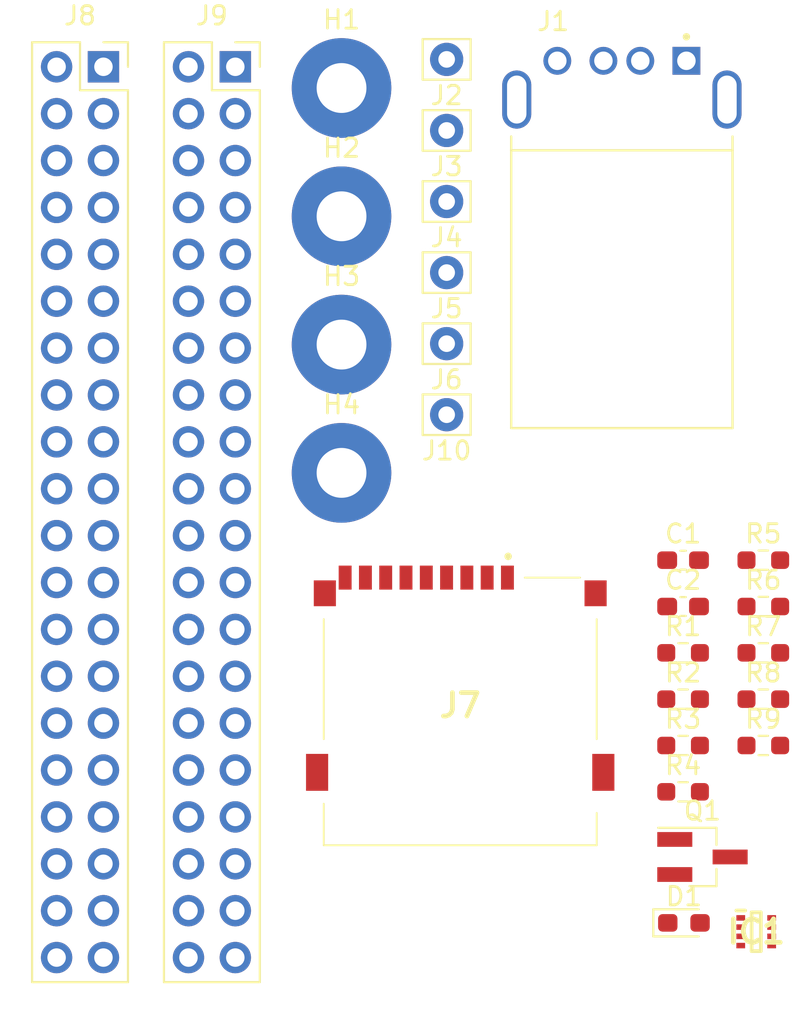
<source format=kicad_pcb>
(kicad_pcb (version 20221018) (generator pcbnew)
  (layers (0 "F.Cu" signal) (31 "B.Cu" signal) (34 "B.Paste" user) (35 "F.Paste" user) (36 "B.SilkS" user "B.Silkscreen") (37 "F.SilkS" user "F.Silkscreen") (38 "B.Mask" user) (39 "F.Mask" user) (44 "Edge.Cuts" user))
  (net 0 "")
  (net 1 "+5V")
  (net 2 "Net-(IC1-VIN1)")
  (net 3 "Net-(IC1-VIN2)")
  (net 4 "+5VA")
  (net 5 "GND")
  (net 6 "Net-(D1-A)")
  (net 7 "VCC")
  (net 8 "SHUTDOWN")
  (net 9 "VIN_STATUS")
  (net 10 "USB-")
  (net 11 "USB+")
  (net 12 "LED STATUS")
  (net 13 "Net-(J7-DAT2)")
  (net 14 "Net-(J7-DAT3{slash}CD)")
  (net 15 "Net-(J7-CMD)")
  (net 16 "+3V3")
  (net 17 "Net-(J7-CLK)")
  (net 18 "Net-(J7-DAT0)")
  (net 19 "Net-(J7-DAT1)")
  (net 20 "+3.3V")
  (net 21 "2")
  (net 22 "3")
  (net 23 "4")
  (net 24 "5")
  (net 25 "6")
  (net 26 "7")
  (net 27 "8")
  (net 28 "9")
  (net 29 "10")
  (net 30 "11")
  (net 31 "12")
  (net 32 "Data3")
  (net 33 "14")
  (net 34 "Clock")
  (net 35 "CMD")
  (net 36 "17")
  (net 37 "Data0")
  (net 38 "19")
  (net 39 "20")
  (net 40 "21")
  (net 41 "Data1")
  (net 42 "23")
  (net 43 "24")
  (net 44 "25")
  (net 45 "26")
  (net 46 "27")
  (net 47 "28")
  (net 48 "29")
  (net 49 "30")
  (net 50 "31")
  (net 51 "32")
  (net 52 "33")
  (net 53 "34")
  (net 54 "35")
  (net 55 "36")
  (net 56 "Data2")
  (net 57 "38")
  (net 58 "39")
  (net 59 "40")
  (net 60 "1")
  (net 67 "Net-(Q1-B)")
  (footprint "Resistor_SMD:R_0603_1608Metric_Pad0.98x0.95mm_HandSolder" (layer "F.Cu") (at 122.197 93.36)
    (fp_text reference "R1" (at 0 -1.43) (layer "F.SilkS"))
    (fp_text value "1k5")
    (fp_line (start -0.254724 -0.5225) (end 0.254724 -0.5225) (stroke (width 0.12)) (layer "F.SilkS"))
    (fp_line (start -0.254724 0.5225) (end 0.254724 0.5225) (stroke (width 0.12)) (layer "F.SilkS"))
    (pad "1" smd roundrect (at -0.9125 0) (size 0.975 0.95) (layers "F.Cu" "F.Paste" "F.Mask") (net 12 "LED STATUS"))
    (pad "2" smd roundrect (at 0.9125 0) (size 0.975 0.95) (layers "F.Cu" "F.Paste" "F.Mask") (net 67 "Net-(Q1-B)"))
  )
  (footprint "MountingHole:MountingHole_2.7mm_M2.5_Pad" (layer "F.Cu") (at 103.677 69.71)
    (fp_text reference "H2" (at 0 -3.7) (layer "F.SilkS"))
    (fp_text value "MountingHole_Pad")
    (pad "1" thru_hole circle (at 0 0) (size 5.4 5.4) (drill 2.7) (layers "*.Cu" "*.Mask") (net 5 "GND"))
  )
  (footprint "Capacitor_SMD:C_0603_1608Metric_Pad1.08x0.95mm_HandSolder" (layer "F.Cu") (at 122.197 90.85)
    (fp_text reference "C2" (at 0 -1.43) (layer "F.SilkS"))
    (fp_text value "1uf")
    (fp_line (start -0.146267 -0.51) (end 0.146267 -0.51) (stroke (width 0.12)) (layer "F.SilkS"))
    (fp_line (start -0.146267 0.51) (end 0.146267 0.51) (stroke (width 0.12)) (layer "F.SilkS"))
    (pad "1" smd roundrect (at -0.8625 0) (size 1.075 0.95) (layers "F.Cu" "F.Paste" "F.Mask") (net 3 "Net-(IC1-VIN2)"))
    (pad "2" smd roundrect (at 0.8625 0) (size 1.075 0.95) (layers "F.Cu" "F.Paste" "F.Mask") (net 4 "+5VA"))
  )
  (footprint "Resistor_SMD:R_0603_1608Metric_Pad0.98x0.95mm_HandSolder" (layer "F.Cu") (at 122.197 95.87)
    (fp_text reference "R2" (at 0 -1.43) (layer "F.SilkS"))
    (fp_text value "1k5")
    (fp_line (start -0.254724 -0.5225) (end 0.254724 -0.5225) (stroke (width 0.12)) (layer "F.SilkS"))
    (fp_line (start -0.254724 0.5225) (end 0.254724 0.5225) (stroke (width 0.12)) (layer "F.SilkS"))
    (pad "1" smd roundrect (at -0.9125 0) (size 0.975 0.95) (layers "F.Cu" "F.Paste" "F.Mask") (net 16 "+3V3"))
    (pad "2" smd roundrect (at 0.9125 0) (size 0.975 0.95) (layers "F.Cu" "F.Paste" "F.Mask") (net 6 "Net-(D1-A)"))
  )
  (footprint "MountingHole:MountingHole_2.7mm_M2.5_Pad" (layer "F.Cu") (at 103.677 62.76)
    (fp_text reference "H1" (at 0 -3.7) (layer "F.SilkS"))
    (fp_text value "MountingHole_Pads")
    (pad "1" thru_hole circle (at 0 0) (size 5.4 5.4) (drill 2.7) (layers "*.Cu" "*.Mask") (net 5 "GND"))
  )
  (footprint "Connector_Pin:Pin_D0.9mm_L10.0mm_W2.4mm_FlatFork" (layer "F.Cu") (at 109.377 68.91)
    (fp_text reference "J4" (at 0 1.95) (layer "F.SilkS"))
    (fp_text value "Pogo pin")
    (fp_line (start -1.3 -1.1) (end -1.3 0.6) (stroke (width 0.12)) (layer "F.SilkS"))
    (fp_line (start -1.3 0.6) (end -1.3 1.1) (stroke (width 0.12)) (layer "F.SilkS"))
    (fp_line (start -1.3 1.1) (end 1.3 1.1) (stroke (width 0.12)) (layer "F.SilkS"))
    (fp_line (start 1.3 -1.1) (end -1.3 -1.1) (stroke (width 0.12)) (layer "F.SilkS"))
    (fp_line (start 1.3 1.1) (end 1.3 -1.1) (stroke (width 0.12)) (layer "F.SilkS"))
    (pad "1" thru_hole circle (at 0 0) (size 1.8 1.8) (drill 0.9) (layers "*.Cu" "*.Mask") (net 5 "GND"))
  )
  (footprint "Resistor_SMD:R_0603_1608Metric_Pad0.98x0.95mm_HandSolder" (layer "F.Cu") (at 122.197 98.38)
    (fp_text reference "R3" (at 0 -1.43) (layer "F.SilkS"))
    (fp_text value "33")
    (fp_line (start -0.254724 -0.5225) (end 0.254724 -0.5225) (stroke (width 0.12)) (layer "F.SilkS"))
    (fp_line (start -0.254724 0.5225) (end 0.254724 0.5225) (stroke (width 0.12)) (layer "F.SilkS"))
    (pad "1" smd roundrect (at -0.9125 0) (size 0.975 0.95) (layers "F.Cu" "F.Paste" "F.Mask") (net 13 "Net-(J7-DAT2)"))
    (pad "2" smd roundrect (at 0.9125 0) (size 0.975 0.95) (layers "F.Cu" "F.Paste" "F.Mask") (net 56 "Data2"))
  )
  (footprint "Connector_PinSocket_2.54mm:PinSocket_2x20_P2.54mm_Vertical" (layer "F.Cu") (at 90.767 61.61)
    (fp_text reference "J8" (at -1.27 -2.77) (layer "F.SilkS"))
    (fp_text value "Header RPi")
    (fp_line (start -3.87 -1.33) (end -3.87 49.59) (stroke (width 0.12)) (layer "F.SilkS"))
    (fp_line (start -3.87 -1.33) (end -1.27 -1.33) (stroke (width 0.12)) (layer "F.SilkS"))
    (fp_line (start -3.87 49.59) (end 1.33 49.59) (stroke (width 0.12)) (layer "F.SilkS"))
    (fp_line (start -1.27 -1.33) (end -1.27 1.27) (stroke (width 0.12)) (layer "F.SilkS"))
    (fp_line (start -1.27 1.27) (end 1.33 1.27) (stroke (width 0.12)) (layer "F.SilkS"))
    (fp_line (start 0 -1.33) (end 1.33 -1.33) (stroke (width 0.12)) (layer "F.SilkS"))
    (fp_line (start 1.33 -1.33) (end 1.33 0) (stroke (width 0.12)) (layer "F.SilkS"))
    (fp_line (start 1.33 1.27) (end 1.33 49.59) (stroke (width 0.12)) (layer "F.SilkS"))
    (pad "1" thru_hole rect (at 0 0) (size 1.7 1.7) (drill 1) (layers "*.Cu" "*.Mask") (net 20 "+3.3V"))
    (pad "2" thru_hole oval (at -2.54 0) (size 1.7 1.7) (drill 1) (layers "*.Cu" "*.Mask") (net 21 "2"))
    (pad "3" thru_hole oval (at 0 2.54) (size 1.7 1.7) (drill 1) (layers "*.Cu" "*.Mask") (net 22 "3"))
    (pad "4" thru_hole oval (at -2.54 2.54) (size 1.7 1.7) (drill 1) (layers "*.Cu" "*.Mask") (net 23 "4"))
    (pad "5" thru_hole oval (at 0 5.08) (size 1.7 1.7) (drill 1) (layers "*.Cu" "*.Mask") (net 24 "5"))
    (pad "6" thru_hole oval (at -2.54 5.08) (size 1.7 1.7) (drill 1) (layers "*.Cu" "*.Mask") (net 25 "6"))
    (pad "7" thru_hole oval (at 0 7.62) (size 1.7 1.7) (drill 1) (layers "*.Cu" "*.Mask") (net 26 "7"))
    (pad "8" thru_hole oval (at -2.54 7.62) (size 1.7 1.7) (drill 1) (layers "*.Cu" "*.Mask") (net 27 "8"))
    (pad "9" thru_hole oval (at 0 10.16) (size 1.7 1.7) (drill 1) (layers "*.Cu" "*.Mask") (net 28 "9"))
    (pad "10" thru_hole oval (at -2.54 10.16) (size 1.7 1.7) (drill 1) (layers "*.Cu" "*.Mask") (net 29 "10"))
    (pad "11" thru_hole oval (at 0 12.7) (size 1.7 1.7) (drill 1) (layers "*.Cu" "*.Mask") (net 30 "11"))
    (pad "12" thru_hole oval (at -2.54 12.7) (size 1.7 1.7) (drill 1) (layers "*.Cu" "*.Mask") (net 31 "12"))
    (pad "13" thru_hole oval (at 0 15.24) (size 1.7 1.7) (drill 1) (layers "*.Cu" "*.Mask") (net 32 "Data3"))
    (pad "14" thru_hole oval (at -2.54 15.24) (size 1.7 1.7) (drill 1) (layers "*.Cu" "*.Mask") (net 33 "14"))
    (pad "15" thru_hole oval (at 0 17.78) (size 1.7 1.7) (drill 1) (layers "*.Cu" "*.Mask") (net 34 "Clock"))
    (pad "16" thru_hole oval (at -2.54 17.78) (size 1.7 1.7) (drill 1) (layers "*.Cu" "*.Mask") (net 35 "CMD"))
    (pad "17" thru_hole oval (at 0 20.32) (size 1.7 1.7) (drill 1) (layers "*.Cu" "*.Mask") (net 36 "17"))
    (pad "18" thru_hole oval (at -2.54 20.32) (size 1.7 1.7) (drill 1) (layers "*.Cu" "*.Mask") (net 37 "Data0"))
    (pad "19" thru_hole oval (at 0 22.86) (size 1.7 1.7) (drill 1) (layers "*.Cu" "*.Mask") (net 38 "19"))
    (pad "20" thru_hole oval (at -2.54 22.86) (size 1.7 1.7) (drill 1) (layers "*.Cu" "*.Mask") (net 39 "20"))
    (pad "21" thru_hole oval (at 0 25.4) (size 1.7 1.7) (drill 1) (layers "*.Cu" "*.Mask") (net 40 "21"))
    (pad "22" thru_hole oval (at -2.54 25.4) (size 1.7 1.7) (drill 1) (layers "*.Cu" "*.Mask") (net 41 "Data1"))
    (pad "23" thru_hole oval (at 0 27.94) (size 1.7 1.7) (drill 1) (layers "*.Cu" "*.Mask") (net 42 "23"))
    (pad "24" thru_hole oval (at -2.54 27.94) (size 1.7 1.7) (drill 1) (layers "*.Cu" "*.Mask") (net 43 "24"))
    (pad "25" thru_hole oval (at 0 30.48) (size 1.7 1.7) (drill 1) (layers "*.Cu" "*.Mask") (net 44 "25"))
    (pad "26" thru_hole oval (at -2.54 30.48) (size 1.7 1.7) (drill 1) (layers "*.Cu" "*.Mask") (net 45 "26"))
    (pad "27" thru_hole oval (at 0 33.02) (size 1.7 1.7) (drill 1) (layers "*.Cu" "*.Mask") (net 46 "27"))
    (pad "28" thru_hole oval (at -2.54 33.02) (size 1.7 1.7) (drill 1) (layers "*.Cu" "*.Mask") (net 47 "28"))
    (pad "29" thru_hole oval (at 0 35.56) (size 1.7 1.7) (drill 1) (layers "*.Cu" "*.Mask") (net 48 "29"))
    (pad "30" thru_hole oval (at -2.54 35.56) (size 1.7 1.7) (drill 1) (layers "*.Cu" "*.Mask") (net 49 "30"))
    (pad "31" thru_hole oval (at 0 38.1) (size 1.7 1.7) (drill 1) (layers "*.Cu" "*.Mask") (net 50 "31"))
    (pad "32" thru_hole oval (at -2.54 38.1) (size 1.7 1.7) (drill 1) (layers "*.Cu" "*.Mask") (net 51 "32"))
    (pad "33" thru_hole oval (at 0 40.64) (size 1.7 1.7) (drill 1) (layers "*.Cu" "*.Mask") (net 52 "33"))
    (pad "34" thru_hole oval (at -2.54 40.64) (size 1.7 1.7) (drill 1) (layers "*.Cu" "*.Mask") (net 53 "34"))
    (pad "35" thru_hole oval (at 0 43.18) (size 1.7 1.7) (drill 1) (layers "*.Cu" "*.Mask") (net 54 "35"))
    (pad "36" thru_hole oval (at -2.54 43.18) (size 1.7 1.7) (drill 1) (layers "*.Cu" "*.Mask") (net 55 "36"))
    (pad "37" thru_hole oval (at 0 45.72) (size 1.7 1.7) (drill 1) (layers "*.Cu" "*.Mask") (net 56 "Data2"))
    (pad "38" thru_hole oval (at -2.54 45.72) (size 1.7 1.7) (drill 1) (layers "*.Cu" "*.Mask") (net 57 "38"))
    (pad "39" thru_hole oval (at 0 48.26) (size 1.7 1.7) (drill 1) (layers "*.Cu" "*.Mask") (net 58 "39"))
    (pad "40" thru_hole oval (at -2.54 48.26) (size 1.7 1.7) (drill 1) (layers "*.Cu" "*.Mask") (net 59 "40"))
  )
  (footprint "MountingHole:MountingHole_2.7mm_M2.5_Pad" (layer "F.Cu") (at 103.677 83.61)
    (fp_text reference "H4" (at 0 -3.7) (layer "F.SilkS"))
    (fp_text value "MountingHole_Pad")
    (pad "1" thru_hole circle (at 0 0) (size 5.4 5.4) (drill 2.7) (layers "*.Cu" "*.Mask") (net 5 "GND"))
  )
  (footprint "Resistor_SMD:R_0603_1608Metric_Pad0.98x0.95mm_HandSolder" (layer "F.Cu") (at 126.547 98.38)
    (fp_text reference "R9" (at 0 -1.43) (layer "F.SilkS"))
    (fp_text value "33")
    (fp_line (start -0.254724 -0.5225) (end 0.254724 -0.5225) (stroke (width 0.12)) (layer "F.SilkS"))
    (fp_line (start -0.254724 0.5225) (end 0.254724 0.5225) (stroke (width 0.12)) (layer "F.SilkS"))
    (pad "1" smd roundrect (at -0.9125 0) (size 0.975 0.95) (layers "F.Cu" "F.Paste" "F.Mask") (net 1 "+5V"))
    (pad "2" smd roundrect (at 0.9125 0) (size 0.975 0.95) (layers "F.Cu" "F.Paste" "F.Mask") (net 9 "VIN_STATUS"))
  )
  (footprint "Resistor_SMD:R_0603_1608Metric_Pad0.98x0.95mm_HandSolder" (layer "F.Cu") (at 126.547 93.36)
    (fp_text reference "R7" (at 0 -1.43) (layer "F.SilkS"))
    (fp_text value "33")
    (fp_line (start -0.254724 -0.5225) (end 0.254724 -0.5225) (stroke (width 0.12)) (layer "F.SilkS"))
    (fp_line (start -0.254724 0.5225) (end 0.254724 0.5225) (stroke (width 0.12)) (layer "F.SilkS"))
    (pad "1" smd roundrect (at -0.9125 0) (size 0.975 0.95) (layers "F.Cu" "F.Paste" "F.Mask") (net 18 "Net-(J7-DAT0)"))
    (pad "2" smd roundrect (at 0.9125 0) (size 0.975 0.95) (layers "F.Cu" "F.Paste" "F.Mask") (net 37 "Data0"))
  )
  (footprint "MountingHole:MountingHole_2.7mm_M2.5_Pad" (layer "F.Cu") (at 103.677 76.66)
    (fp_text reference "H3" (at 0 -3.7) (layer "F.SilkS"))
    (fp_text value "MountingHole_Pad")
    (pad "1" thru_hole circle (at 0 0) (size 5.4 5.4) (drill 2.7) (layers "*.Cu" "*.Mask") (net 5 "GND"))
  )
  (footprint "Connector_Pin:Pin_D0.9mm_L10.0mm_W2.4mm_FlatFork" (layer "F.Cu") (at 109.377 80.46)
    (fp_text reference "J10" (at 0 1.95) (layer "F.SilkS"))
    (fp_text value "Pogo pin")
    (fp_line (start -1.3 -1.1) (end -1.3 0.6) (stroke (width 0.12)) (layer "F.SilkS"))
    (fp_line (start -1.3 0.6) (end -1.3 1.1) (stroke (width 0.12)) (layer "F.SilkS"))
    (fp_line (start -1.3 1.1) (end 1.3 1.1) (stroke (width 0.12)) (layer "F.SilkS"))
    (fp_line (start 1.3 -1.1) (end -1.3 -1.1) (stroke (width 0.12)) (layer "F.SilkS"))
    (fp_line (start 1.3 1.1) (end 1.3 -1.1) (stroke (width 0.12)) (layer "F.SilkS"))
    (pad "1" thru_hole circle (at 0 0) (size 1.8 1.8) (drill 0.9) (layers "*.Cu" "*.Mask") (net 4 "+5VA"))
  )
  (footprint "Capacitor_SMD:C_0603_1608Metric_Pad1.08x0.95mm_HandSolder" (layer "F.Cu") (at 122.197 88.34)
    (fp_text reference "C1" (at 0 -1.43) (layer "F.SilkS"))
    (fp_text value "1uf")
    (fp_line (start -0.146267 -0.51) (end 0.146267 -0.51) (stroke (width 0.12)) (layer "F.SilkS"))
    (fp_line (start -0.146267 0.51) (end 0.146267 0.51) (stroke (width 0.12)) (layer "F.SilkS"))
    (pad "1" smd roundrect (at -0.8625 0) (size 1.075 0.95) (layers "F.Cu" "F.Paste" "F.Mask") (net 1 "+5V"))
    (pad "2" smd roundrect (at 0.8625 0) (size 1.075 0.95) (layers "F.Cu" "F.Paste" "F.Mask") (net 2 "Net-(IC1-VIN1)"))
  )
  (footprint "RPiUSBv2-Mainboard:TF01A" (layer "F.Cu") (at 110.112 96.535)
    (fp_text reference "J7" (at 0 -0.325) (layer "F.SilkS") (effects (font (size 1.27 1.27) (thickness 0.254))))
    (fp_text value "Micro_SD_Card" hide)
    (fp_line (start -7.4 -5) (end -7.4 1.5) (stroke (width 0.1)) (layer "F.SilkS"))
    (fp_line (start -7.4 5) (end -7.4 7.25) (stroke (width 0.1)) (layer "F.SilkS"))
    (fp_line (start -7.4 7.25) (end 7.4 7.25) (stroke (width 0.1)) (layer "F.SilkS"))
    (fp_line (start 2.6 -8.5) (end 2.6 -8.5) (stroke (width 0.2)) (layer "F.SilkS"))
    (fp_line (start 2.6 -8.3) (end 2.6 -8.3) (stroke (width 0.2)) (layer "F.SilkS"))
    (fp_line (start 3.5 -7.25) (end 6.5 -7.25) (stroke (width 0.1)) (layer "F.SilkS"))
    (fp_line (start 7.4 1.5) (end 7.4 -5) (stroke (width 0.1)) (layer "F.SilkS"))
    (fp_line (start 7.4 7.25) (end 7.4 5.5) (stroke (width 0.1)) (layer "F.SilkS"))
    (fp_arc (start 2.6 -8.5) (mid 2.7 -8.4) (end 2.6 -8.3) (stroke (width 0.2)) (layer "F.SilkS"))
    (fp_arc (start 2.6 -8.3) (mid 2.5 -8.4) (end 2.6 -8.5) (stroke (width 0.2)) (layer "F.SilkS"))
    (pad "" np_thru_hole circle (at -4.95 3.3) (size 0.001 0.001) (drill 1) (layers "*.Cu" "*.Mask"))
    (pad "" np_thru_hole circle (at 3.05 3.3) (size 0.001 0.001) (drill 1) (layers "*.Cu" "*.Mask"))
    (pad "1" smd rect (at 2.56 -7.25) (size 0.7 1.3) (layers "F.Cu" "F.Paste" "F.Mask") (net 13 "Net-(J7-DAT2)"))
    (pad "2" smd rect (at 1.46 -7.25) (size 0.7 1.3) (layers "F.Cu" "F.Paste" "F.Mask") (net 14 "Net-(J7-DAT3{slash}CD)"))
    (pad "3" smd rect (at 0.36 -7.25) (size 0.7 1.3) (layers "F.Cu" "F.Paste" "F.Mask") (net 15 "Net-(J7-CMD)"))
    (pad "4" smd rect (at -0.74 -7.25) (size 0.7 1.3) (layers "F.Cu" "F.Paste" "F.Mask") (net 16 "+3V3"))
    (pad "5" smd rect (at -1.84 -7.25) (size 0.7 1.3) (layers "F.Cu" "F.Paste" "F.Mask") (net 17 "Net-(J7-CLK)"))
    (pad "6" smd rect (at -2.94 -7.25) (size 0.7 1.3) (layers "F.Cu" "F.Paste" "F.Mask") (net 5 "GND"))
    (pad "7" smd rect (at -4.04 -7.25) (size 0.7 1.3) (layers "F.Cu" "F.Paste" "F.Mask") (net 18 "Net-(J7-DAT0)"))
    (pad "8" smd rect (at -5.14 -7.25) (size 0.7 1.3) (layers "F.Cu" "F.Paste" "F.Mask") (net 19 "Net-(J7-DAT1)"))
    (pad "CD1" smd rect (at -6.24 -7.25) (size 0.7 1.3) (layers "F.Cu" "F.Paste" "F.Mask"))
    (pad "MP1" smd rect (at -7.34 -6.4) (size 1.2 1.4) (layers "F.Cu" "F.Paste" "F.Mask"))
    (pad "MP2" smd rect (at -7.76 3.3) (size 1.2 2) (layers "F.Cu" "F.Paste" "F.Mask"))
    (pad "MP3" smd rect (at 7.76 3.3) (size 1.2 2) (layers "F.Cu" "F.Paste" "F.Mask"))
    (pad "MP4" smd rect (at 7.34 -6.4) (size 1.2 1.4) (layers "F.Cu" "F.Paste" "F.Mask"))
  )
  (footprint "Connector_PinSocket_2.54mm:PinSocket_2x20_P2.54mm_Vertical" (layer "F.Cu") (at 97.917 61.61)
    (fp_text reference "J9" (at -1.27 -2.77) (layer "F.SilkS"))
    (fp_text value "Header RPi")
    (fp_line (start -3.87 -1.33) (end -3.87 49.59) (stroke (width 0.12)) (layer "F.SilkS"))
    (fp_line (start -3.87 -1.33) (end -1.27 -1.33) (stroke (width 0.12)) (layer "F.SilkS"))
    (fp_line (start -3.87 49.59) (end 1.33 49.59) (stroke (width 0.12)) (layer "F.SilkS"))
    (fp_line (start -1.27 -1.33) (end -1.27 1.27) (stroke (width 0.12)) (layer "F.SilkS"))
    (fp_line (start -1.27 1.27) (end 1.33 1.27) (stroke (width 0.12)) (layer "F.SilkS"))
    (fp_line (start 0 -1.33) (end 1.33 -1.33) (stroke (width 0.12)) (layer "F.SilkS"))
    (fp_line (start 1.33 -1.33) (end 1.33 0) (stroke (width 0.12)) (layer "F.SilkS"))
    (fp_line (start 1.33 1.27) (end 1.33 49.59) (stroke (width 0.12)) (layer "F.SilkS"))
    (pad "1" thru_hole rect (at 0 0) (size 1.7 1.7) (drill 1) (layers "*.Cu" "*.Mask") (net 60 "1"))
    (pad "2" thru_hole oval (at -2.54 0) (size 1.7 1.7) (drill 1) (layers "*.Cu" "*.Mask") (net 21 "2"))
    (pad "3" thru_hole oval (at 0 2.54) (size 1.7 1.7) (drill 1) (layers "*.Cu" "*.Mask") (net 23 "4"))
    (pad "4" thru_hole oval (at -2.54 2.54) (size 1.7 1.7) (drill 1) (layers "*.Cu" "*.Mask") (net 22 "3"))
    (pad "5" thru_hole oval (at 0 5.08) (size 1.7 1.7) (drill 1) (layers "*.Cu" "*.Mask") (net 25 "6"))
    (pad "6" thru_hole oval (at -2.54 5.08) (size 1.7 1.7) (drill 1) (layers "*.Cu" "*.Mask") (net 24 "5"))
    (pad "7" thru_hole oval (at 0 7.62) (size 1.7 1.7) (drill 1) (layers "*.Cu" "*.Mask") (net 27 "8"))
    (pad "8" thru_hole oval (at -2.54 7.62) (size 1.7 1.7) (drill 1) (layers "*.Cu" "*.Mask") (net 26 "7"))
    (pad "9" thru_hole oval (at 0 10.16) (size 1.7 1.7) (drill 1) (layers "*.Cu" "*.Mask") (net 29 "10"))
    (pad "10" thru_hole oval (at -2.54 10.16) (size 1.7 1.7) (drill 1) (layers "*.Cu" "*.Mask") (net 28 "9"))
    (pad "11" thru_hole oval (at 0 12.7) (size 1.7 1.7) (drill 1) (layers "*.Cu" "*.Mask") (net 31 "12"))
    (pad "12" thru_hole oval (at -2.54 12.7) (size 1.7 1.7) (drill 1) (layers "*.Cu" "*.Mask") (net 30 "11"))
    (pad "13" thru_hole oval (at 0 15.24) (size 1.7 1.7) (drill 1) (layers "*.Cu" "*.Mask") (net 33 "14"))
    (pad "14" thru_hole oval (at -2.54 15.24) (size 1.7 1.7) (drill 1) (layers "*.Cu" "*.Mask"))
    (pad "15" thru_hole oval (at 0 17.78) (size 1.7 1.7) (drill 1) (layers "*.Cu" "*.Mask"))
    (pad "16" thru_hole oval (at -2.54 17.78) (size 1.7 1.7) (drill 1) (layers "*.Cu" "*.Mask"))
    (pad "17" thru_hole oval (at 0 20.32) (size 1.7 1.7) (drill 1) (layers "*.Cu" "*.Mask"))
    (pad "18" thru_hole oval (at -2.54 20.32) (size 1.7 1.7) (drill 1) (layers "*.Cu" "*.Mask") (net 36 "17"))
    (pad "19" thru_hole oval (at 0 22.86) (size 1.7 1.7) (drill 1) (layers "*.Cu" "*.Mask") (net 38 "19"))
    (pad "20" thru_hole oval (at -2.54 22.86) (size 1.7 1.7) (drill 1) (layers "*.Cu" "*.Mask") (net 39 "20"))
    (pad "21" thru_hole oval (at 0 25.4) (size 1.7 1.7) (drill 1) (layers "*.Cu" "*.Mask"))
    (pad "22" thru_hole oval (at -2.54 25.4) (size 1.7 1.7) (drill 1) (layers "*.Cu" "*.Mask") (net 40 "21"))
    (pad "23" thru_hole oval (at 0 27.94) (size 1.7 1.7) (drill 1) (layers "*.Cu" "*.Mask") (net 42 "23"))
    (pad "24" thru_hole oval (at -2.54 27.94) (size 1.7 1.7) (drill 1) (layers "*.Cu" "*.Mask") (net 43 "24"))
    (pad "25" thru_hole oval (at 0 30.48) (size 1.7 1.7) (drill 1) (layers "*.Cu" "*.Mask") (net 44 "25"))
    (pad "26" thru_hole oval (at -2.54 30.48) (size 1.7 1.7) (drill 1) (layers "*.Cu" "*.Mask") (net 45 "26"))
    (pad "27" thru_hole oval (at 0 33.02) (size 1.7 1.7) (drill 1) (layers "*.Cu" "*.Mask") (net 46 "27"))
    (pad "28" thru_hole oval (at -2.54 33.02) (size 1.7 1.7) (drill 1) (layers "*.Cu" "*.Mask") (net 47 "28"))
    (pad "29" thru_hole oval (at 0 35.56) (size 1.7 1.7) (drill 1) (layers "*.Cu" "*.Mask") (net 48 "29"))
    (pad "30" thru_hole oval (at -2.54 35.56) (size 1.7 1.7) (drill 1) (layers "*.Cu" "*.Mask") (net 49 "30"))
    (pad "31" thru_hole oval (at 0 38.1) (size 1.7 1.7) (drill 1) (layers "*.Cu" "*.Mask") (net 50 "31"))
    (pad "32" thru_hole oval (at -2.54 38.1) (size 1.7 1.7) (drill 1) (layers "*.Cu" "*.Mask") (net 51 "32"))
    (pad "33" thru_hole oval (at 0 40.64) (size 1.7 1.7) (drill 1) (layers "*.Cu" "*.Mask") (net 52 "33"))
    (pad "34" thru_hole oval (at -2.54 40.64) (size 1.7 1.7) (drill 1) (layers "*.Cu" "*.Mask") (net 53 "34"))
    (pad "35" thru_hole oval (at 0 43.18) (size 1.7 1.7) (drill 1) (layers "*.Cu" "*.Mask") (net 54 "35"))
    (pad "36" thru_hole oval (at -2.54 43.18) (size 1.7 1.7) (drill 1) (layers "*.Cu" "*.Mask") (net 55 "36"))
    (pad "37" thru_hole oval (at 0 45.72) (size 1.7 1.7) (drill 1) (layers "*.Cu" "*.Mask") (net 57 "38"))
    (pad "38" thru_hole oval (at -2.54 45.72) (size 1.7 1.7) (drill 1) (layers "*.Cu" "*.Mask"))
    (pad "39" thru_hole oval (at 0 48.26) (size 1.7 1.7) (drill 1) (layers "*.Cu" "*.Mask") (net 58 "39"))
    (pad "40" thru_hole oval (at -2.54 48.26) (size 1.7 1.7) (drill 1) (layers "*.Cu" "*.Mask") (net 59 "40"))
  )
  (footprint "Connector_Pin:Pin_D0.9mm_L10.0mm_W2.4mm_FlatFork" (layer "F.Cu") (at 109.377 72.76)
    (fp_text reference "J5" (at 0 1.95) (layer "F.SilkS"))
    (fp_text value "Pogo pin USB +")
    (fp_line (start -1.3 -1.1) (end -1.3 0.6) (stroke (width 0.12)) (layer "F.SilkS"))
    (fp_line (start -1.3 0.6) (end -1.3 1.1) (stroke (width 0.12)) (layer "F.SilkS"))
    (fp_line (start -1.3 1.1) (end 1.3 1.1) (stroke (width 0.12)) (layer "F.SilkS"))
    (fp_line (start 1.3 -1.1) (end -1.3 -1.1) (stroke (width 0.12)) (layer "F.SilkS"))
    (fp_line (start 1.3 1.1) (end 1.3 -1.1) (stroke (width 0.12)) (layer "F.SilkS"))
    (pad "1" thru_hole circle (at 0 0) (size 1.8 1.8) (drill 0.9) (layers "*.Cu" "*.Mask") (net 10 "USB-"))
  )
  (footprint "Resistor_SMD:R_0603_1608Metric_Pad0.98x0.95mm_HandSolder" (layer "F.Cu") (at 122.197 100.89)
    (fp_text reference "R4" (at 0 -1.43) (layer "F.SilkS"))
    (fp_text value "33")
    (fp_line (start -0.254724 -0.5225) (end 0.254724 -0.5225) (stroke (width 0.12)) (layer "F.SilkS"))
    (fp_line (start -0.254724 0.5225) (end 0.254724 0.5225) (stroke (width 0.12)) (layer "F.SilkS"))
    (pad "1" smd roundrect (at -0.9125 0) (size 0.975 0.95) (layers "F.Cu" "F.Paste" "F.Mask") (net 14 "Net-(J7-DAT3{slash}CD)"))
    (pad "2" smd roundrect (at 0.9125 0) (size 0.975 0.95) (layers "F.Cu" "F.Paste" "F.Mask") (net 32 "Data3"))
  )
  (footprint "RPiUSBv2-Mainboard:SOTFL50P160X60-8N" (layer "F.Cu") (at 126.162 108.47)
    (fp_text reference "IC1" (at 0 0) (layer "F.SilkS") (effects (font (size 1.27 1.27) (thickness 0.254))))
    (fp_text value "LM66200DRLR" hide)
    (fp_line (start -1.075 -1.15) (end -0.6 -1.15) (stroke (width 0.2)) (layer "F.SilkS"))
    (fp_line (start -0.25 -1.05) (end 0.25 -1.05) (stroke (width 0.2)) (layer "F.SilkS"))
    (fp_line (start -0.25 1.05) (end -0.25 -1.05) (stroke (width 0.2)) (layer "F.SilkS"))
    (fp_line (start 0.25 -1.05) (end 0.25 1.05) (stroke (width 0.2)) (layer "F.SilkS"))
    (fp_line (start 0.25 1.05) (end -0.25 1.05) (stroke (width 0.2)) (layer "F.SilkS"))
    (pad "1" smd rect (at -0.838 -0.75 90) (size 0.3 0.475) (layers "F.Cu" "F.Paste" "F.Mask") (net 5 "GND"))
    (pad "2" smd rect (at -0.838 -0.25 90) (size 0.3 0.475) (layers "F.Cu" "F.Paste" "F.Mask") (net 7 "VCC"))
    (pad "3" smd rect (at -0.838 0.25 90) (size 0.3 0.475) (layers "F.Cu" "F.Paste" "F.Mask") (net 2 "Net-(IC1-VIN1)"))
    (pad "4" smd rect (at -0.838 0.75 90) (size 0.3 0.475) (layers "F.Cu" "F.Paste" "F.Mask") (net 8 "SHUTDOWN"))
    (pad "5" smd rect (at 0.838 0.75 90) (size 0.3 0.475) (layers "F.Cu" "F.Paste" "F.Mask") (net 5 "GND"))
    (pad "6" smd rect (at 0.838 0.25 90) (size 0.3 0.475) (layers "F.Cu" "F.Paste" "F.Mask") (net 3 "Net-(IC1-VIN2)"))
    (pad "7" smd rect (at 0.838 -0.25 90) (size 0.3 0.475) (layers "F.Cu" "F.Paste" "F.Mask") (net 7 "VCC"))
    (pad "8" smd rect (at 0.838 -0.75 90) (size 0.3 0.475) (layers "F.Cu" "F.Paste" "F.Mask") (net 9 "VIN_STATUS"))
  )
  (footprint "Package_TO_SOT_SMD:SOT-23_Handsoldering" (layer "F.Cu") (at 123.247 104.42)
    (fp_text reference "Q1" (at 0 -2.5) (layer "F.SilkS"))
    (fp_text value "2N3904")
    (fp_line (start 0.76 -1.58) (end -2.4 -1.58) (stroke (width 0.12)) (layer "F.SilkS"))
    (fp_line (start 0.76 -1.58) (end 0.76 -0.65) (stroke (width 0.12)) (layer "F.SilkS"))
    (fp_line (start 0.76 1.58) (end -0.7 1.58) (stroke (width 0.12)) (layer "F.SilkS"))
    (fp_line (start 0.76 1.58) (end 0.76 0.65) (stroke (width 0.12)) (layer "F.SilkS"))
    (pad "1" smd rect (at -1.5 -0.95) (size 1.9 0.8) (layers "F.Cu" "F.Paste" "F.Mask") (net 67 "Net-(Q1-B)"))
    (pad "2" smd rect (at -1.5 0.95) (size 1.9 0.8) (layers "F.Cu" "F.Paste" "F.Mask") (net 5 "GND"))
    (pad "3" smd rect (at 1.5 0) (size 1.9 0.8) (layers "F.Cu" "F.Paste" "F.Mask") (net 6 "Net-(D1-A)"))
  )
  (footprint "Resistor_SMD:R_0603_1608Metric_Pad0.98x0.95mm_HandSolder" (layer "F.Cu") (at 126.547 88.34)
    (fp_text reference "R5" (at 0 -1.43) (layer "F.SilkS"))
    (fp_text value "33")
    (fp_line (start -0.254724 -0.5225) (end 0.254724 -0.5225) (stroke (width 0.12)) (layer "F.SilkS"))
    (fp_line (start -0.254724 0.5225) (end 0.254724 0.5225) (stroke (width 0.12)) (layer "F.SilkS"))
    (pad "1" smd roundrect (at -0.9125 0) (size 0.975 0.95) (layers "F.Cu" "F.Paste" "F.Mask") (net 15 "Net-(J7-CMD)"))
    (pad "2" smd roundrect (at 0.9125 0) (size 0.975 0.95) (layers "F.Cu" "F.Paste" "F.Mask") (net 35 "CMD"))
  )
  (footprint "Connector_Pin:Pin_D0.9mm_L10.0mm_W2.4mm_FlatFork" (layer "F.Cu") (at 109.377 65.06)
    (fp_text reference "J3" (at 0 1.95) (layer "F.SilkS"))
    (fp_text value "Pogo pin")
    (fp_line (start -1.3 -1.1) (end -1.3 0.6) (stroke (width 0.12)) (layer "F.SilkS"))
    (fp_line (start -1.3 0.6) (end -1.3 1.1) (stroke (width 0.12)) (layer "F.SilkS"))
    (fp_line (start -1.3 1.1) (end 1.3 1.1) (stroke (width 0.12)) (layer "F.SilkS"))
    (fp_line (start 1.3 -1.1) (end -1.3 -1.1) (stroke (width 0.12)) (layer "F.SilkS"))
    (fp_line (start 1.3 1.1) (end 1.3 -1.1) (stroke (width 0.12)) (layer "F.SilkS"))
    (pad "1" thru_hole circle (at 0 0) (size 1.8 1.8) (drill 0.9) (layers "*.Cu" "*.Mask") (net 7 "VCC"))
  )
  (footprint "Resistor_SMD:R_0603_1608Metric_Pad0.98x0.95mm_HandSolder" (layer "F.Cu") (at 126.547 90.85)
    (fp_text reference "R6" (at 0 -1.43) (layer "F.SilkS"))
    (fp_text value "33")
    (fp_line (start -0.254724 -0.5225) (end 0.254724 -0.5225) (stroke (width 0.12)) (layer "F.SilkS"))
    (fp_line (start -0.254724 0.5225) (end 0.254724 0.5225) (stroke (width 0.12)) (layer "F.SilkS"))
    (pad "1" smd roundrect (at -0.9125 0) (size 0.975 0.95) (layers "F.Cu" "F.Paste" "F.Mask") (net 17 "Net-(J7-CLK)"))
    (pad "2" smd roundrect (at 0.9125 0) (size 0.975 0.95) (layers "F.Cu" "F.Paste" "F.Mask") (net 34 "Clock"))
  )
  (footprint "Resistor_SMD:R_0603_1608Metric_Pad0.98x0.95mm_HandSolder" (layer "F.Cu") (at 126.547 95.87)
    (fp_text reference "R8" (at 0 -1.43) (layer "F.SilkS"))
    (fp_text value "33")
    (fp_line (start -0.254724 -0.5225) (end 0.254724 -0.5225) (stroke (width 0.12)) (layer "F.SilkS"))
    (fp_line (start -0.254724 0.5225) (end 0.254724 0.5225) (stroke (width 0.12)) (layer "F.SilkS"))
    (pad "1" smd roundrect (at -0.9125 0) (size 0.975 0.95) (layers "F.Cu" "F.Paste" "F.Mask") (net 19 "Net-(J7-DAT1)"))
    (pad "2" smd roundrect (at 0.9125 0) (size 0.975 0.95) (layers "F.Cu" "F.Paste" "F.Mask") (net 41 "Data1"))
  )
  (footprint "Connector_Pin:Pin_D0.9mm_L10.0mm_W2.4mm_FlatFork" (layer "F.Cu") (at 109.377 76.61)
    (fp_text reference "J6" (at 0 1.95) (layer "F.SilkS"))
    (fp_text value "Pogo pin USB-")
    (fp_line (start -1.3 -1.1) (end -1.3 0.6) (stroke (width 0.12)) (layer "F.SilkS"))
    (fp_line (start -1.3 0.6) (end -1.3 1.1) (stroke (width 0.12)) (layer "F.SilkS"))
    (fp_line (start -1.3 1.1) (end 1.3 1.1) (stroke (width 0.12)) (layer "F.SilkS"))
    (fp_line (start 1.3 -1.1) (end -1.3 -1.1) (stroke (width 0.12)) (layer "F.SilkS"))
    (fp_line (start 1.3 1.1) (end 1.3 -1.1) (stroke (width 0.12)) (layer "F.SilkS"))
    (pad "1" thru_hole circle (at 0 0) (size 1.8 1.8) (drill 0.9) (layers "*.Cu" "*.Mask") (net 11 "USB+"))
  )
  (footprint "LED_SMD:LED_0603_1608Metric_Pad1.05x0.95mm_HandSolder" (layer "F.Cu") (at 122.242 107.99)
    (fp_text reference "D1" (at 0 -1.43) (layer "F.SilkS"))
    (fp_text value "LED Status")
    (fp_line (start -1.66 -0.735) (end -1.66 0.735) (stroke (width 0.12)) (layer "F.SilkS"))
    (fp_line (start -1.66 0.735) (end 0.8 0.735) (stroke (width 0.12)) (layer "F.SilkS"))
    (fp_line (start 0.8 -0.735) (end -1.66 -0.735) (stroke (width 0.12)) (layer "F.SilkS"))
    (pad "1" smd roundrect (at -0.875 0) (size 1.05 0.95) (layers "F.Cu" "F.Paste" "F.Mask") (net 5 "GND"))
    (pad "2" smd roundrect (at 0.875 0) (size 1.05 0.95) (layers "F.Cu" "F.Paste" "F.Mask") (net 6 "Net-(D1-A)"))
  )
  (footprint "Connector_Pin:Pin_D0.9mm_L10.0mm_W2.4mm_FlatFork" (layer "F.Cu") (at 109.377 61.21)
    (fp_text reference "J2" (at 0 1.95) (layer "F.SilkS"))
    (fp_text value "Pogo pin")
    (fp_line (start -1.3 -1.1) (end -1.3 0.6) (stroke (width 0.12)) (layer "F.SilkS"))
    (fp_line (start -1.3 0.6) (end -1.3 1.1) (stroke (width 0.12)) (layer "F.SilkS"))
    (fp_line (start -1.3 1.1) (end 1.3 1.1) (stroke (width 0.12)) (layer "F.SilkS"))
    (fp_line (start 1.3 -1.1) (end -1.3 -1.1) (stroke (width 0.12)) (layer "F.SilkS"))
    (fp_line (start 1.3 1.1) (end 1.3 -1.1) (stroke (width 0.12)) (layer "F.SilkS"))
    (pad "1" thru_hole circle (at 0 0) (size 1.8 1.8) (drill 0.9) (layers "*.Cu" "*.Mask") (net 12 "LED STATUS"))
  )
  (footprint "RPiUSBv2-Mainboard:MOLEX_48037-0001" (layer "F.Cu") (at 118.877 63.385)
    (fp_text reference "J1" (at -3.725 -4.235) (layer "F.SilkS"))
    (fp_text value "USB_A")
    (fp_line (start -6 2) (end -6 2.75) (stroke (width 0.127)) (layer "F.SilkS"))
    (fp_line (start -6 2.75) (end -6 17.8) (stroke (width 0.127)) (layer "F.SilkS"))
    (fp_line (start -6 2.75) (end 6 2.75) (stroke (width 0.127)) (layer "F.SilkS"))
    (fp_line (start -6 17.8) (end 6 17.8) (stroke (width 0.127)) (layer "F.SilkS"))
    (fp_line (start 6 2.75) (end 6 2) (stroke (width 0.127)) (layer "F.SilkS"))
    (fp_line (start 6 17.8) (end 6 2.75) (stroke (width 0.127)) (layer "F.SilkS"))
    (fp_circle (center 3.5 -3.4) (end 3.6 -3.4) (stroke (width 0.2)) (fill none) (layer "F.SilkS"))
    (pad "" np_thru_hole circle (at -2.25 0) (size 1.25 1.25) (drill 1.25) (layers "*.Cu" "*.Mask"))
    (pad "" np_thru_hole circle (at 2.25 0) (size 1.25 1.25) (drill 1.25) (layers "*.Cu" "*.Mask"))
    (pad "1" thru_hole rect (at 3.5 -2.1) (size 1.508 1.508) (drill 1) (layers "*.Cu" "*.Mask") (net 1 "+5V"))
    (pad "2" thru_hole circle (at 1 -2.1) (size 1.508 1.508) (drill 1) (layers "*.Cu" "*.Mask") (net 10 "USB-"))
    (pad "3" thru_hole circle (at -1 -2.1) (size 1.508 1.508) (drill 1) (layers "*.Cu" "*.Mask") (net 11 "USB+"))
    (pad "4" thru_hole circle (at -3.5 -2.1) (size 1.508 1.508) (drill 1) (layers "*.Cu" "*.Mask") (net 5 "GND"))
    (pad "S1" thru_hole oval (at 5.7 0) (size 1.575 3.15) (drill oval 1.05 2.6) (layers "*.Cu" "*.Mask"))
    (pad "S2" thru_hole oval (at -5.7 0) (size 1.575 3.15) (drill oval 1.05 2.6) (layers "*.Cu" "*.Mask"))
  )
)
</source>
